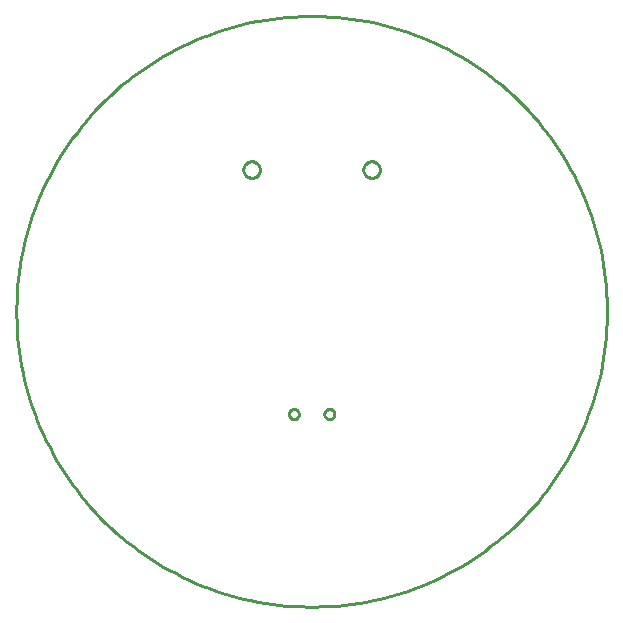
<source format=gbr>
G04 EAGLE Gerber RS-274X export*
G75*
%MOMM*%
%FSLAX34Y34*%
%LPD*%
%IN*%
%IPPOS*%
%AMOC8*
5,1,8,0,0,1.08239X$1,22.5*%
G01*
%ADD10C,0.254000*%


D10*
X250000Y-3068D02*
X250000Y3068D01*
X249849Y9203D01*
X249548Y15331D01*
X249097Y21451D01*
X248495Y27558D01*
X247744Y33648D01*
X246844Y39718D01*
X245795Y45763D01*
X244598Y51782D01*
X243253Y57769D01*
X241762Y63721D01*
X240126Y69635D01*
X238344Y75507D01*
X236420Y81334D01*
X234352Y87111D01*
X232144Y92836D01*
X229796Y98505D01*
X227309Y104115D01*
X224686Y109662D01*
X221927Y115143D01*
X219034Y120555D01*
X216009Y125894D01*
X212855Y131157D01*
X209572Y136342D01*
X206163Y141444D01*
X202630Y146461D01*
X198974Y151389D01*
X195199Y156227D01*
X191306Y160970D01*
X187298Y165616D01*
X183177Y170163D01*
X178946Y174607D01*
X174607Y178946D01*
X170163Y183177D01*
X165616Y187298D01*
X160970Y191306D01*
X156227Y195199D01*
X151389Y198974D01*
X146461Y202630D01*
X141444Y206163D01*
X136342Y209572D01*
X131157Y212855D01*
X125894Y216009D01*
X120555Y219034D01*
X115143Y221927D01*
X109662Y224686D01*
X104115Y227309D01*
X98505Y229796D01*
X92836Y232144D01*
X87111Y234352D01*
X81334Y236420D01*
X75507Y238344D01*
X69635Y240126D01*
X63721Y241762D01*
X57769Y243253D01*
X51782Y244598D01*
X45763Y245795D01*
X39718Y246844D01*
X33648Y247744D01*
X27558Y248495D01*
X21451Y249097D01*
X15331Y249548D01*
X9203Y249849D01*
X3068Y250000D01*
X-3068Y250000D01*
X-9203Y249849D01*
X-15331Y249548D01*
X-21451Y249097D01*
X-27558Y248495D01*
X-33648Y247744D01*
X-39718Y246844D01*
X-45763Y245795D01*
X-51782Y244598D01*
X-57769Y243253D01*
X-63721Y241762D01*
X-69635Y240126D01*
X-75507Y238344D01*
X-81334Y236420D01*
X-87111Y234352D01*
X-92836Y232144D01*
X-98505Y229796D01*
X-104115Y227309D01*
X-109662Y224686D01*
X-115143Y221927D01*
X-120555Y219034D01*
X-125894Y216009D01*
X-131157Y212855D01*
X-136342Y209572D01*
X-141444Y206163D01*
X-146461Y202630D01*
X-151389Y198974D01*
X-156227Y195199D01*
X-160970Y191306D01*
X-165616Y187298D01*
X-170163Y183177D01*
X-174607Y178946D01*
X-178946Y174607D01*
X-183177Y170163D01*
X-187298Y165616D01*
X-191306Y160970D01*
X-195199Y156227D01*
X-198974Y151389D01*
X-202630Y146461D01*
X-206163Y141444D01*
X-209572Y136342D01*
X-212855Y131157D01*
X-216009Y125894D01*
X-219034Y120555D01*
X-221927Y115143D01*
X-224686Y109662D01*
X-227309Y104115D01*
X-229796Y98505D01*
X-232144Y92836D01*
X-234352Y87111D01*
X-236420Y81334D01*
X-238344Y75507D01*
X-240126Y69635D01*
X-241762Y63721D01*
X-243253Y57769D01*
X-244598Y51782D01*
X-245795Y45763D01*
X-246844Y39718D01*
X-247744Y33648D01*
X-248495Y27558D01*
X-249097Y21451D01*
X-249548Y15331D01*
X-249849Y9203D01*
X-250000Y3068D01*
X-250000Y-3068D01*
X-249849Y-9203D01*
X-249548Y-15331D01*
X-249097Y-21451D01*
X-248495Y-27558D01*
X-247744Y-33648D01*
X-246844Y-39718D01*
X-245795Y-45763D01*
X-244598Y-51782D01*
X-243253Y-57769D01*
X-241762Y-63721D01*
X-240126Y-69635D01*
X-238344Y-75507D01*
X-236420Y-81334D01*
X-234352Y-87111D01*
X-232144Y-92836D01*
X-229796Y-98505D01*
X-227309Y-104115D01*
X-224686Y-109662D01*
X-221927Y-115143D01*
X-219034Y-120555D01*
X-216009Y-125894D01*
X-212855Y-131157D01*
X-209572Y-136342D01*
X-206163Y-141444D01*
X-202630Y-146461D01*
X-198974Y-151389D01*
X-195199Y-156227D01*
X-191306Y-160970D01*
X-187298Y-165616D01*
X-183177Y-170163D01*
X-178946Y-174607D01*
X-174607Y-178946D01*
X-170163Y-183177D01*
X-165616Y-187298D01*
X-160970Y-191306D01*
X-156227Y-195199D01*
X-151389Y-198974D01*
X-146461Y-202630D01*
X-141444Y-206163D01*
X-136342Y-209572D01*
X-131157Y-212855D01*
X-125894Y-216009D01*
X-120555Y-219034D01*
X-115143Y-221927D01*
X-109662Y-224686D01*
X-104115Y-227309D01*
X-98505Y-229796D01*
X-92836Y-232144D01*
X-87111Y-234352D01*
X-81334Y-236420D01*
X-75507Y-238344D01*
X-69635Y-240126D01*
X-63721Y-241762D01*
X-57769Y-243253D01*
X-51782Y-244598D01*
X-45763Y-245795D01*
X-39718Y-246844D01*
X-33648Y-247744D01*
X-27558Y-248495D01*
X-21451Y-249097D01*
X-15331Y-249548D01*
X-9203Y-249849D01*
X-3068Y-250000D01*
X3068Y-250000D01*
X9203Y-249849D01*
X15331Y-249548D01*
X21451Y-249097D01*
X27558Y-248495D01*
X33648Y-247744D01*
X39718Y-246844D01*
X45763Y-245795D01*
X51782Y-244598D01*
X57769Y-243253D01*
X63721Y-241762D01*
X69635Y-240126D01*
X75507Y-238344D01*
X81334Y-236420D01*
X87111Y-234352D01*
X92836Y-232144D01*
X98505Y-229796D01*
X104115Y-227309D01*
X109662Y-224686D01*
X115143Y-221927D01*
X120555Y-219034D01*
X125894Y-216009D01*
X131157Y-212855D01*
X136342Y-209572D01*
X141444Y-206163D01*
X146461Y-202630D01*
X151389Y-198974D01*
X156227Y-195199D01*
X160970Y-191306D01*
X165616Y-187298D01*
X170163Y-183177D01*
X174607Y-178946D01*
X178946Y-174607D01*
X183177Y-170163D01*
X187298Y-165616D01*
X191306Y-160970D01*
X195199Y-156227D01*
X198974Y-151389D01*
X202630Y-146461D01*
X206163Y-141444D01*
X209572Y-136342D01*
X212855Y-131157D01*
X216009Y-125894D01*
X219034Y-120555D01*
X221927Y-115143D01*
X224686Y-109662D01*
X227309Y-104115D01*
X229796Y-98505D01*
X232144Y-92836D01*
X234352Y-87111D01*
X236420Y-81334D01*
X238344Y-75507D01*
X240126Y-69635D01*
X241762Y-63721D01*
X243253Y-57769D01*
X244598Y-51782D01*
X245795Y-45763D01*
X246844Y-39718D01*
X247744Y-33648D01*
X248495Y-27558D01*
X249097Y-21451D01*
X249548Y-15331D01*
X249849Y-9203D01*
X250000Y-3068D01*
X43800Y120344D02*
X43867Y121028D01*
X44002Y121703D01*
X44201Y122361D01*
X44464Y122997D01*
X44789Y123603D01*
X45171Y124175D01*
X45607Y124707D01*
X46093Y125193D01*
X46625Y125629D01*
X47197Y126011D01*
X47804Y126336D01*
X48439Y126599D01*
X49097Y126798D01*
X49772Y126933D01*
X50456Y127000D01*
X51144Y127000D01*
X51828Y126933D01*
X52503Y126798D01*
X53161Y126599D01*
X53797Y126336D01*
X54403Y126011D01*
X54975Y125629D01*
X55507Y125193D01*
X55993Y124707D01*
X56429Y124175D01*
X56811Y123603D01*
X57136Y122997D01*
X57399Y122361D01*
X57598Y121703D01*
X57733Y121028D01*
X57800Y120344D01*
X57800Y119656D01*
X57733Y118972D01*
X57598Y118297D01*
X57399Y117639D01*
X57136Y117004D01*
X56811Y116397D01*
X56429Y115825D01*
X55993Y115293D01*
X55507Y114807D01*
X54975Y114371D01*
X54403Y113989D01*
X53797Y113664D01*
X53161Y113401D01*
X52503Y113202D01*
X51828Y113067D01*
X51144Y113000D01*
X50456Y113000D01*
X49772Y113067D01*
X49097Y113202D01*
X48439Y113401D01*
X47804Y113664D01*
X47197Y113989D01*
X46625Y114371D01*
X46093Y114807D01*
X45607Y115293D01*
X45171Y115825D01*
X44789Y116397D01*
X44464Y117004D01*
X44201Y117639D01*
X44002Y118297D01*
X43867Y118972D01*
X43800Y119656D01*
X43800Y120344D01*
X-57800Y120344D02*
X-57733Y121028D01*
X-57598Y121703D01*
X-57399Y122361D01*
X-57136Y122997D01*
X-56811Y123603D01*
X-56429Y124175D01*
X-55993Y124707D01*
X-55507Y125193D01*
X-54975Y125629D01*
X-54403Y126011D01*
X-53797Y126336D01*
X-53161Y126599D01*
X-52503Y126798D01*
X-51828Y126933D01*
X-51144Y127000D01*
X-50456Y127000D01*
X-49772Y126933D01*
X-49097Y126798D01*
X-48439Y126599D01*
X-47804Y126336D01*
X-47197Y126011D01*
X-46625Y125629D01*
X-46093Y125193D01*
X-45607Y124707D01*
X-45171Y124175D01*
X-44789Y123603D01*
X-44464Y122997D01*
X-44201Y122361D01*
X-44002Y121703D01*
X-43867Y121028D01*
X-43800Y120344D01*
X-43800Y119656D01*
X-43867Y118972D01*
X-44002Y118297D01*
X-44201Y117639D01*
X-44464Y117004D01*
X-44789Y116397D01*
X-45171Y115825D01*
X-45607Y115293D01*
X-46093Y114807D01*
X-46625Y114371D01*
X-47197Y113989D01*
X-47804Y113664D01*
X-48439Y113401D01*
X-49097Y113202D01*
X-49772Y113067D01*
X-50456Y113000D01*
X-51144Y113000D01*
X-51828Y113067D01*
X-52503Y113202D01*
X-53161Y113401D01*
X-53797Y113664D01*
X-54403Y113989D01*
X-54975Y114371D01*
X-55507Y114807D01*
X-55993Y115293D01*
X-56429Y115825D01*
X-56811Y116397D01*
X-57136Y117004D01*
X-57399Y117639D01*
X-57598Y118297D01*
X-57733Y118972D01*
X-57800Y119656D01*
X-57800Y120344D01*
X19250Y-87279D02*
X19177Y-87831D01*
X19033Y-88369D01*
X18820Y-88884D01*
X18541Y-89366D01*
X18202Y-89808D01*
X17808Y-90202D01*
X17366Y-90541D01*
X16884Y-90820D01*
X16369Y-91033D01*
X15831Y-91177D01*
X15279Y-91250D01*
X14721Y-91250D01*
X14169Y-91177D01*
X13631Y-91033D01*
X13116Y-90820D01*
X12634Y-90541D01*
X12192Y-90202D01*
X11798Y-89808D01*
X11459Y-89366D01*
X11180Y-88884D01*
X10967Y-88369D01*
X10823Y-87831D01*
X10750Y-87279D01*
X10750Y-86721D01*
X10823Y-86169D01*
X10967Y-85631D01*
X11180Y-85116D01*
X11459Y-84634D01*
X11798Y-84192D01*
X12192Y-83798D01*
X12634Y-83459D01*
X13116Y-83180D01*
X13631Y-82967D01*
X14169Y-82823D01*
X14721Y-82750D01*
X15279Y-82750D01*
X15831Y-82823D01*
X16369Y-82967D01*
X16884Y-83180D01*
X17366Y-83459D01*
X17808Y-83798D01*
X18202Y-84192D01*
X18541Y-84634D01*
X18820Y-85116D01*
X19033Y-85631D01*
X19177Y-86169D01*
X19250Y-86721D01*
X19250Y-87279D01*
X-10750Y-87279D02*
X-10823Y-87831D01*
X-10967Y-88369D01*
X-11180Y-88884D01*
X-11459Y-89366D01*
X-11798Y-89808D01*
X-12192Y-90202D01*
X-12634Y-90541D01*
X-13116Y-90820D01*
X-13631Y-91033D01*
X-14169Y-91177D01*
X-14721Y-91250D01*
X-15279Y-91250D01*
X-15831Y-91177D01*
X-16369Y-91033D01*
X-16884Y-90820D01*
X-17366Y-90541D01*
X-17808Y-90202D01*
X-18202Y-89808D01*
X-18541Y-89366D01*
X-18820Y-88884D01*
X-19033Y-88369D01*
X-19177Y-87831D01*
X-19250Y-87279D01*
X-19250Y-86721D01*
X-19177Y-86169D01*
X-19033Y-85631D01*
X-18820Y-85116D01*
X-18541Y-84634D01*
X-18202Y-84192D01*
X-17808Y-83798D01*
X-17366Y-83459D01*
X-16884Y-83180D01*
X-16369Y-82967D01*
X-15831Y-82823D01*
X-15279Y-82750D01*
X-14721Y-82750D01*
X-14169Y-82823D01*
X-13631Y-82967D01*
X-13116Y-83180D01*
X-12634Y-83459D01*
X-12192Y-83798D01*
X-11798Y-84192D01*
X-11459Y-84634D01*
X-11180Y-85116D01*
X-10967Y-85631D01*
X-10823Y-86169D01*
X-10750Y-86721D01*
X-10750Y-87279D01*
M02*

</source>
